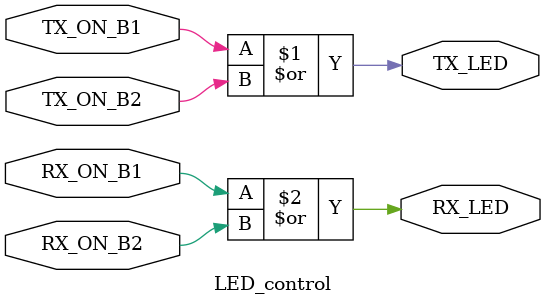
<source format=v>
`timescale 1ns / 1ps

module LED_control(
    input  TX_ON_B1,
    input  TX_ON_B2,
    input  RX_ON_B1,
    input  RX_ON_B2,
    output TX_LED,
    output RX_LED
);

// TX逻辑：任一Bank使能则点亮 
assign TX_LED = TX_ON_B1 | TX_ON_B2;

// RX逻辑：任一Bank使能则点亮 
assign RX_LED = RX_ON_B1 | RX_ON_B2;

endmodule
</source>
